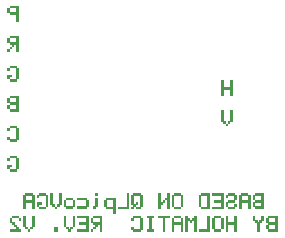
<source format=gbo>
G04*
G04  File:            QL_PICOVGA_V2.GBO, Sun Mar 30 12:24:59 2025*
G04  Format:          Gerber Format (RS-274-D), ASCII*
G04*
G04  Format Options:  Absolute Positioning*
G04                   Leading-Zero Suppression*
G04                   Scale Factor 1:1*
G04                   NO Circular Interpolation*
G04                   Inch Units*
G04                   Numeric Format: 4.4 (XXXX.XXXX)*
G04                   G54 NOT Used for Aperture Change*
G04                   Apertures Embedded*
G04*
G04  File Options:    Offset = (0.0mil,0.0mil)*
G04                   Drill Symbol Size = 80.0mil*
G04                   No Pad/Via Holes*
G04*
G04  File Contents:   Pads*
G04                   Vias*
G04                   No Designators*
G04                   No Types*
G04                   No Values*
G04                   No Drill Symbols*
G04                   BottomSilk*
G04*
%INQL_PICOVGA_V2.GBO*%
%ICAS*%
%MOIN*%
G04*
G04  Aperture MACROs for general use --- invoked via D-code assignment *
G04*
G04  General MACRO for flashed round with rotation and/or offset hole *
%AMROTOFFROUND*
1,1,$1,0.0000,0.0000*
1,0,$2,$3,$4*%
G04*
G04  General MACRO for flashed oval (obround) with rotation and/or offset hole *
%AMROTOFFOVAL*
21,1,$1,$2,0.0000,0.0000,$3*
1,1,$4,$5,$6*
1,1,$4,0-$5,0-$6*
1,0,$7,$8,$9*%
G04*
G04  General MACRO for flashed oval (obround) with rotation and no hole *
%AMROTOVALNOHOLE*
21,1,$1,$2,0.0000,0.0000,$3*
1,1,$4,$5,$6*
1,1,$4,0-$5,0-$6*%
G04*
G04  General MACRO for flashed rectangle with rotation and/or offset hole *
%AMROTOFFRECT*
21,1,$1,$2,0.0000,0.0000,$3*
1,0,$4,$5,$6*%
G04*
G04  General MACRO for flashed rectangle with rotation and no hole *
%AMROTRECTNOHOLE*
21,1,$1,$2,0.0000,0.0000,$3*%
G04*
G04  General MACRO for flashed rounded-rectangle *
%AMROUNDRECT*
21,1,$1,$2-$4,0.0000,0.0000,$3*
21,1,$1-$4,$2,0.0000,0.0000,$3*
1,1,$4,$5,$6*
1,1,$4,$7,$8*
1,1,$4,0-$5,0-$6*
1,1,$4,0-$7,0-$8*
1,0,$9,$10,$11*%
G04*
G04  General MACRO for flashed rounded-rectangle with rotation and no hole *
%AMROUNDRECTNOHOLE*
21,1,$1,$2-$4,0.0000,0.0000,$3*
21,1,$1-$4,$2,0.0000,0.0000,$3*
1,1,$4,$5,$6*
1,1,$4,$7,$8*
1,1,$4,0-$5,0-$6*
1,1,$4,0-$7,0-$8*%
G04*
G04  General MACRO for flashed regular polygon *
%AMREGPOLY*
5,1,$1,0.0000,0.0000,$2,$3+$4*
1,0,$5,$6,$7*%
G04*
G04  General MACRO for flashed regular polygon with no hole *
%AMREGPOLYNOHOLE*
5,1,$1,0.0000,0.0000,$2,$3+$4*%
G04*
G04  General MACRO for target *
%AMTARGET*
6,0,0,$1,$2,$3,4,$4,$5,$6*%
G04*
G04  General MACRO for mounting hole *
%AMMTHOLE*
1,1,$1,0,0*
1,0,$2,0,0*
$1=$1-$2*
$1=$1/2*
21,1,$2+$1,$3,0,0,$4*
21,1,$3,$2+$1,0,0,$4*%
G04*
G04*
G04  D10 : "Ellipse X4.0mil Y4.0mil H0.0mil 0.0deg (0.0mil,0.0mil) Draw"*
G04  Disc: OuterDia=0.0040*
%ADD10C, 0.0040*%
G04  D11 : "Ellipse X10.0mil Y10.0mil H0.0mil 0.0deg (0.0mil,0.0mil) Draw"*
G04  Disc: OuterDia=0.0100*
%ADD11C, 0.0100*%
G04  D12 : "Ellipse X11.0mil Y11.0mil H0.0mil 0.0deg (0.0mil,0.0mil) Draw"*
G04  Disc: OuterDia=0.0110*
%ADD12C, 0.0110*%
G04  D13 : "Ellipse X12.0mil Y12.0mil H0.0mil 0.0deg (0.0mil,0.0mil) Draw"*
G04  Disc: OuterDia=0.0120*
%ADD13C, 0.0120*%
G04  D14 : "Ellipse X14.0mil Y14.0mil H0.0mil 0.0deg (0.0mil,0.0mil) Draw"*
G04  Disc: OuterDia=0.0140*
%ADD14C, 0.0140*%
G04  D15 : "Ellipse X15.0mil Y15.0mil H0.0mil 0.0deg (0.0mil,0.0mil) Draw"*
G04  Disc: OuterDia=0.0150*
%ADD15C, 0.0150*%
G04  D16 : "Ellipse X16.0mil Y16.0mil H0.0mil 0.0deg (0.0mil,0.0mil) Draw"*
G04  Disc: OuterDia=0.0160*
%ADD16C, 0.0160*%
G04  D17 : "Ellipse X2.0mil Y2.0mil H0.0mil 0.0deg (0.0mil,0.0mil) Draw"*
G04  Disc: OuterDia=0.0020*
%ADD17C, 0.0020*%
G04  D18 : "Ellipse X2.0mil Y2.0mil H0.0mil 0.0deg (0.0mil,0.0mil) Draw"*
G04  Disc: OuterDia=0.0020*
%ADD18C, 0.0020*%
G04  D19 : "Ellipse X20.0mil Y20.0mil H0.0mil 0.0deg (0.0mil,0.0mil) Draw"*
G04  Disc: OuterDia=0.0200*
%ADD19C, 0.0200*%
G04  D20 : "Ellipse X32.0mil Y32.0mil H0.0mil 0.0deg (0.0mil,0.0mil) Draw"*
G04  Disc: OuterDia=0.0320*
%ADD20C, 0.0320*%
G04  D21 : "Ellipse X6.0mil Y6.0mil H0.0mil 0.0deg (0.0mil,0.0mil) Draw"*
G04  Disc: OuterDia=0.0060*
%ADD21C, 0.0060*%
G04  D22 : "Ellipse X8.0mil Y8.0mil H0.0mil 0.0deg (0.0mil,0.0mil) Draw"*
G04  Disc: OuterDia=0.0080*
%ADD22C, 0.0080*%
G04  D23 : "Ellipse X196.9mil Y196.9mil H0.0mil 0.0deg (0.0mil,0.0mil) Flash"*
G04  Disc: OuterDia=0.1969*
%ADD23C, 0.1969*%
G04  D24 : "Ellipse X25.6mil Y25.6mil H0.0mil 0.0deg (0.0mil,0.0mil) Flash"*
G04  Disc: OuterDia=0.0256*
%ADD24C, 0.0256*%
G04  D25 : "Ellipse X30.0mil Y30.0mil H0.0mil 0.0deg (0.0mil,0.0mil) Flash"*
G04  Disc: OuterDia=0.0300*
%ADD25C, 0.0300*%
G04  D26 : "Mounting Hole X196.9mil Y196.9mil H0.0mil 0.0deg (0.0mil,0.0mil) Flash"*
G04  Mounting Hole: Diameter=0.1969, Rotation=0.0, LineWidth=0.0050 *
%ADD26MTHOLE, 0.1969 X0.1769 X0.0050 X0.0*%
G04  D27 : "Mounting Hole X25.6mil Y25.6mil H0.0mil 0.0deg (0.0mil,0.0mil) Flash"*
G04  Mounting Hole: Diameter=0.0256, Rotation=0.0, LineWidth=0.0050 *
%ADD27MTHOLE, 0.0256 X0.0056 X0.0050 X0.0*%
G04  D28 : "Rounded Rectangle X59.1mil Y35.4mil H0.0mil 0.0deg (0.0mil,0.0mil) Flash"*
G04  RoundRct: DimX=0.0591, DimY=0.0354, CornerRad=0.0089, Rotation=0.0, OffsetX=0.0000, OffsetY=0.0000, HoleDia=0.0000 *
%ADD28ROUNDRECTNOHOLE, 0.0591 X0.0354 X0.0 X0.0177 X-0.0207 X-0.0089 X-0.0207 X0.0089*%
G04  D29 : "Rounded Rectangle X70.9mil Y39.4mil H0.0mil 0.0deg (0.0mil,0.0mil) Flash"*
G04  RoundRct: DimX=0.0709, DimY=0.0394, CornerRad=0.0098, Rotation=0.0, OffsetX=0.0000, OffsetY=0.0000, HoleDia=0.0000 *
%ADD29ROUNDRECTNOHOLE, 0.0709 X0.0394 X0.0 X0.0197 X-0.0256 X-0.0098 X-0.0256 X0.0098*%
G04  D30 : "Rounded Rectangle X82.7mil Y39.4mil H0.0mil 0.0deg (0.0mil,0.0mil) Flash"*
G04  RoundRct: DimX=0.0827, DimY=0.0394, CornerRad=0.0098, Rotation=0.0, OffsetX=0.0000, OffsetY=0.0000, HoleDia=0.0000 *
%ADD30ROUNDRECTNOHOLE, 0.0827 X0.0394 X0.0 X0.0197 X-0.0315 X-0.0098 X-0.0315 X0.0098*%
G04  D31 : "Rectangle X45.3mil Y11.8mil H0.0mil 0.0deg (0.0mil,0.0mil) Flash"*
G04  Rectangular: DimX=0.0453, DimY=0.0118, Rotation=0.0, OffsetX=0.0000, OffsetY=0.0000, HoleDia=0.0000 *
%ADD31R, 0.0453 X0.0118*%
G04  D32 : "Rectangle X120.0mil Y70.0mil H0.0mil 0.0deg (0.0mil,0.0mil) Flash"*
G04  Rectangular: DimX=0.1200, DimY=0.0700, Rotation=0.0, OffsetX=0.0000, OffsetY=0.0000, HoleDia=0.0000 *
%ADD32R, 0.1200 X0.0700*%
G04  D33 : "Rectangle X126.0mil Y126.0mil H0.0mil 0.0deg (0.0mil,0.0mil) Flash"*
G04  Square: Side=0.1260, Rotation=0.0, OffsetX=0.0000, OffsetY=0.0000, HoleDia=0.0000*
%ADD33R, 0.1260 X0.1260*%
G04  D34 : "Rectangle X129.9mil Y129.9mil H0.0mil 0.0deg (0.0mil,0.0mil) Flash"*
G04  Square: Side=0.1299, Rotation=0.0, OffsetX=0.0000, OffsetY=0.0000, HoleDia=0.0000*
%ADD34R, 0.1299 X0.1299*%
G04  D35 : "Rectangle X45.3mil Y23.6mil H0.0mil 0.0deg (0.0mil,0.0mil) Flash"*
G04  Rectangular: DimX=0.0453, DimY=0.0236, Rotation=0.0, OffsetX=0.0000, OffsetY=0.0000, HoleDia=0.0000 *
%ADD35R, 0.0453 X0.0236*%
G04  D36 : "Rectangle X32.0mil Y32.0mil H0.0mil 0.0deg (0.0mil,0.0mil) Flash"*
G04  Square: Side=0.0320, Rotation=0.0, OffsetX=0.0000, OffsetY=0.0000, HoleDia=0.0000*
%ADD36R, 0.0320 X0.0320*%
G04  D37 : "Rectangle X35.4mil Y11.8mil H0.0mil 0.0deg (0.0mil,0.0mil) Flash"*
G04  Rectangular: DimX=0.0354, DimY=0.0118, Rotation=0.0, OffsetX=0.0000, OffsetY=0.0000, HoleDia=0.0000 *
%ADD37R, 0.0354 X0.0118*%
G04  D38 : "Rectangle X35.4mil Y7.9mil H0.0mil 0.0deg (0.0mil,0.0mil) Flash"*
G04  Rectangular: DimX=0.0354, DimY=0.0079, Rotation=0.0, OffsetX=0.0000, OffsetY=0.0000, HoleDia=0.0000 *
%ADD38R, 0.0354 X0.0079*%
G04  D39 : "Rectangle X7.9mil Y35.4mil H0.0mil 0.0deg (0.0mil,0.0mil) Flash"*
G04  Rectangular: DimX=0.0079, DimY=0.0354, Rotation=0.0, OffsetX=0.0000, OffsetY=0.0000, HoleDia=0.0000 *
%ADD39R, 0.0079 X0.0354*%
G04  D40 : "Rectangle X22.0mil Y40.0mil H0.0mil 0.0deg (0.0mil,0.0mil) Flash"*
G04  Rectangular: DimX=0.0220, DimY=0.0400, Rotation=0.0, OffsetX=0.0000, OffsetY=0.0000, HoleDia=0.0000 *
%ADD40R, 0.0220 X0.0400*%
G04  D41 : "Rectangle X60.0mil Y40.0mil H0.0mil 0.0deg (0.0mil,0.0mil) Flash"*
G04  Rectangular: DimX=0.0600, DimY=0.0400, Rotation=0.0, OffsetX=0.0000, OffsetY=0.0000, HoleDia=0.0000 *
%ADD41R, 0.0600 X0.0400*%
G04  D42 : "Rectangle X40.0mil Y50.0mil H0.0mil 0.0deg (0.0mil,0.0mil) Flash"*
G04  Rectangular: DimX=0.0400, DimY=0.0500, Rotation=0.0, OffsetX=0.0000, OffsetY=0.0000, HoleDia=0.0000 *
%ADD42R, 0.0400 X0.0500*%
G04  D43 : "Rectangle X55.1mil Y35.4mil H0.0mil 0.0deg (0.0mil,0.0mil) Flash"*
G04  Rectangular: DimX=0.0551, DimY=0.0354, Rotation=0.0, OffsetX=0.0000, OffsetY=0.0000, HoleDia=0.0000 *
%ADD43R, 0.0551 X0.0354*%
G04  D44 : "Rectangle X9.8mil Y65.0mil H0.0mil 0.0deg (0.0mil,0.0mil) Flash"*
G04  Rectangular: DimX=0.0098, DimY=0.0650, Rotation=0.0, OffsetX=0.0000, OffsetY=0.0000, HoleDia=0.0000 *
%ADD44R, 0.0098 X0.0650*%
G04  D45 : "Ellipse X16.0mil Y16.0mil H0.0mil 0.0deg (0.0mil,0.0mil) Flash"*
G04  Disc: OuterDia=0.0160*
%ADD45C, 0.0160*%
G04*
%FSLAX44Y44*%
%SFA1B1*%
%OFA0.0000B0.0000*%
G04*
G70*
G90*
G01*
D2*
%LNBottomSilk*%
D10*
%LNBottomSilk_POS_GLYPHS*%
%LPD*%
G36*
X25421Y15872*
X25332D1*
Y16254*
X25421*
Y15872*
G37*
G36*
X25128D2*
X25039D1*
Y16254*
X25128*
Y15872*
G37*
G36*
X25348Y15799D2*
X25258D1*
Y15887*
X25348*
Y15799*
G37*
G36*
X25201D2*
X25112D1*
Y15887*
X25201*
Y15799*
G37*
G36*
X25274Y15726D2*
X25185D1*
Y15814*
X25274*
Y15726*
G37*
G36*
X25421Y16726D2*
X25332D1*
Y16946*
X25128*
Y16726*
X25039*
Y17254*
X25128*
Y17034*
X25332*
Y17254*
X25421*
Y16726*
G37*
G36*
X18223Y14654D2*
X17987D1*
Y14742*
X18223*
Y14654*
G37*
G36*
X18296Y14286D2*
X18207D1*
Y14669*
X18296*
Y14286*
G37*
G36*
X18003Y14581D2*
X17914D1*
Y14669*
X18003*
Y14581*
G37*
G36*
X18077Y14360D2*
X18003D1*
Y14286*
X17914*
Y14448*
X18077*
Y14360*
G37*
G36*
X18223Y14213D2*
X17987D1*
Y14301*
X18223*
Y14213*
G37*
G36*
Y17654D2*
X17987D1*
Y17742*
X18223*
Y17654*
G37*
G36*
X18296Y17286D2*
X18207D1*
Y17669*
X18296*
Y17286*
G37*
G36*
X18003Y17581D2*
X17914D1*
Y17669*
X18003*
Y17581*
G37*
G36*
X18077Y17360D2*
X18003D1*
Y17286*
X17914*
Y17448*
X18077*
Y17360*
G37*
G36*
X18223Y17213D2*
X17987D1*
Y17301*
X18223*
Y17213*
G37*
G36*
X18296Y16215D2*
X17987D1*
Y16303*
X18207*
Y16434*
X17987*
Y16522*
X18207*
Y16654*
X17987*
Y16742*
X18296*
Y16215*
G37*
G36*
X18003Y16507D2*
X17914D1*
Y16669*
X18003*
Y16507*
G37*
G36*
Y16288D2*
X17914D1*
Y16449*
X18003*
Y16288*
G37*
G36*
X18296Y19213D2*
X18207D1*
Y19433*
X17987*
Y19522*
X18207*
Y19654*
X17987*
Y19742*
X18296*
Y19213*
G37*
G36*
X18003Y19507D2*
X17914D1*
Y19669*
X18003*
Y19507*
G37*
G36*
X18296Y18213D2*
X18207D1*
Y18433*
X18149*
Y18359*
X18060*
Y18433*
X17988*
X17987Y18522*
X18207*
Y18654*
X17986*
Y18742*
X18296*
Y18213*
G37*
G36*
X18002Y18507D2*
X17913D1*
Y18669*
X18003*
X18002Y18507*
G37*
G36*
X18076Y18286D2*
X17988D1*
X17987Y18374*
X18076*
Y18286*
G37*
G36*
X18003Y18213D2*
X17913D1*
Y18301*
X18002*
X18003Y18213*
G37*
G36*
X18224Y15654D2*
X17987D1*
Y15742*
X18224*
Y15654*
G37*
G36*
X18297Y15284D2*
X18208D1*
Y15669*
X18297*
Y15284*
G37*
G36*
X18003Y15581D2*
X17914D1*
Y15669*
X18003*
Y15581*
G37*
G36*
Y15284D2*
X17914D1*
Y15373*
X18003*
Y15284*
G37*
G36*
X18224Y15211D2*
X17987D1*
Y15299*
X18224*
Y15211*
G37*
G36*
X26472Y12965D2*
X26162D1*
Y13053*
X26383*
Y13184*
X26162*
Y13272*
X26383*
Y13404*
X26162*
Y13492*
X26472*
Y12965*
G37*
G36*
X26178Y13257D2*
X26089D1*
Y13419*
X26178*
Y13257*
G37*
G36*
Y13038D2*
X26089D1*
Y13199*
X26178*
Y13038*
G37*
G36*
X25949Y13404D2*
X25713D1*
Y13492*
X25949*
Y13404*
G37*
G36*
X26022Y12963D2*
X25933D1*
Y13183*
X25728*
Y12963*
X25639*
Y13419*
X25728*
Y13272*
X25933*
Y13419*
X26022*
Y12963*
G37*
G36*
X25499Y13404D2*
X25263D1*
Y13492*
X25499*
Y13404*
G37*
G36*
X25572Y13257D2*
X25483D1*
Y13419*
X25572*
Y13257*
G37*
G36*
X25279Y13331D2*
X25190D1*
Y13419*
X25279*
Y13331*
G37*
G36*
X25499Y13183D2*
X25263D1*
Y13272*
X25499*
Y13183*
G37*
G36*
X25279Y13036D2*
X25190D1*
Y13198*
X25279*
Y13036*
G37*
G36*
X25572D2*
X25483D1*
Y13124*
X25572*
Y13036*
G37*
G36*
X25499Y12963D2*
X25263D1*
Y13051*
X25499*
Y12963*
G37*
G36*
X25122D2*
X24741D1*
Y13051*
X25033*
Y13183*
X24814*
Y13272*
X25033*
Y13404*
X24741*
Y13492*
X25122*
Y12963*
G37*
G36*
X24672D2*
X24363D1*
Y13051*
X24583*
Y13404*
X24363*
Y13492*
X24672*
Y12963*
G37*
G36*
X24379Y13036D2*
X24290D1*
Y13419*
X24379*
Y13036*
G37*
G36*
X23700Y13404D2*
X23464D1*
Y13492*
X23700*
Y13404*
G37*
G36*
X23773Y13036D2*
X23684D1*
Y13419*
X23773*
Y13036*
G37*
G36*
X23480D2*
X23391D1*
Y13419*
X23480*
Y13036*
G37*
G36*
X23700Y12963D2*
X23464D1*
Y13051*
X23700*
Y12963*
G37*
G36*
X23324Y12961D2*
X23235D1*
Y13257*
X23161*
Y13345*
X23235*
Y13492*
X23324*
Y12961*
G37*
G36*
X23030Y13197D2*
X23104Y13198D1*
Y13109*
X23030*
Y12961*
X22941*
Y13492*
X23030*
Y13197*
G37*
G36*
X23177Y13183D2*
X23088Y13183D1*
Y13272*
X23177*
Y13183*
G37*
G36*
X22351Y13404D2*
X22113D1*
Y13492*
X22351*
Y13404*
G37*
G36*
X22424Y13036D2*
X22335D1*
Y13419*
X22424*
Y13036*
G37*
G36*
X22129Y13110D2*
X22040Y13109D1*
Y13419*
X22129*
Y13110*
G37*
G36*
X22277Y13109D2*
X22188Y13110D1*
Y13198*
X22277*
Y13109*
G37*
G36*
X22203Y13036D2*
X22113D1*
Y13124*
X22203Y13123*
Y13036*
G37*
G36*
X22351Y12963D2*
X22188D1*
Y13051*
X22351*
Y12963*
G37*
G36*
X22129D2*
X22040D1*
Y13051*
X22129*
Y12963*
G37*
G36*
X21974Y12961D2*
X21591D1*
Y13049*
X21885*
Y13492*
X21974*
Y12961*
G37*
G36*
X21526Y12816D2*
X21435D1*
Y12960*
X21216*
Y13050*
X21435*
Y13255*
X21216*
Y13345*
X21526*
Y12816*
G37*
G36*
X21232Y13035D2*
X21141D1*
Y13270*
X21232*
Y13035*
G37*
G36*
X20927Y13404D2*
X20836D1*
Y13494*
X20927*
Y13404*
G37*
G36*
Y13038D2*
X20836D1*
Y13345*
X20927*
Y13038*
G37*
G36*
X20853Y12963D2*
X20761D1*
Y13053*
X20852*
X20853Y12963*
G37*
G36*
X20550Y13256D2*
X20242D1*
Y13345*
X20550*
Y13256*
G37*
G36*
X20625Y13038D2*
X20534D1*
Y13271*
X20625*
Y13038*
G37*
G36*
X20550Y12963D2*
X20242D1*
Y13053*
X20550*
Y12963*
G37*
G36*
X20100Y13256D2*
X19867D1*
Y13345*
X20100*
Y13256*
G37*
G36*
X20175Y13038D2*
X20084D1*
Y13271*
X20175*
Y13038*
G37*
G36*
X19882D2*
X19792D1*
Y13271*
X19882*
Y13038*
G37*
G36*
X20100Y12963D2*
X19867D1*
Y13053*
X20100*
Y12963*
G37*
G36*
X19725Y13109D2*
X19636D1*
Y13492*
X19725*
Y13109*
G37*
G36*
X19432D2*
X19343D1*
Y13492*
X19432*
Y13109*
G37*
G36*
X19652Y13036D2*
X19562D1*
Y13124*
X19652*
Y13036*
G37*
G36*
X19505D2*
X19416D1*
Y13124*
X19505*
Y13036*
G37*
G36*
X19578Y12963D2*
X19489D1*
Y13051*
X19578*
Y12963*
G37*
G36*
X19202Y13404D2*
X18966D1*
Y13492*
X19202*
Y13404*
G37*
G36*
X19275Y13036D2*
X19186D1*
Y13419*
X19275*
Y13036*
G37*
G36*
X18982Y13331D2*
X18893D1*
Y13419*
X18982*
Y13331*
G37*
G36*
X19056Y13110D2*
X18982D1*
Y13036*
X18893*
Y13198*
X19056*
Y13110*
G37*
G36*
X19202Y12963D2*
X18966D1*
Y13051*
X19202*
Y12963*
G37*
G36*
X18752Y13404D2*
X18516D1*
Y13492*
X18752*
Y13404*
G37*
G36*
X18826Y12963D2*
X18737D1*
Y13183*
X18532*
Y12963*
X18443*
Y13419*
X18532*
Y13272*
X18737*
Y13419*
X18826*
Y12963*
G37*
G36*
X26921Y12215D2*
X26612D1*
Y12303*
X26832*
Y12434*
X26612*
Y12522*
X26832*
Y12654*
X26612*
Y12742*
X26921*
Y12215*
G37*
G36*
X26628Y12507D2*
X26539D1*
Y12669*
X26628*
Y12507*
G37*
G36*
Y12288D2*
X26539D1*
Y12449*
X26628*
Y12288*
G37*
G36*
X26472Y12581D2*
X26383D1*
Y12742*
X26472*
Y12581*
G37*
G36*
X26178D2*
X26089D1*
Y12742*
X26178*
Y12581*
G37*
G36*
X26398Y12507D2*
X26308D1*
Y12596*
X26398*
Y12507*
G37*
G36*
X26251D2*
X26162D1*
Y12596*
X26251*
Y12507*
G37*
G36*
X26324Y12213D2*
X26235D1*
Y12522*
X26324*
Y12213*
G37*
G36*
X25572D2*
X25483D1*
Y12433*
X25279*
Y12213*
X25190*
Y12742*
X25279*
Y12522*
X25483*
Y12742*
X25572*
Y12213*
G37*
G36*
X25049Y12654D2*
X24813D1*
Y12742*
X25049*
Y12654*
G37*
G36*
X25122Y12286D2*
X25033D1*
Y12669*
X25122*
Y12286*
G37*
G36*
X24829D2*
X24740D1*
Y12669*
X24829*
Y12286*
G37*
G36*
X25049Y12213D2*
X24813D1*
Y12301*
X25049*
Y12213*
G37*
G36*
X24672Y12211D2*
X24289D1*
Y12299*
X24583*
Y12742*
X24672*
Y12211*
G37*
G36*
X24222D2*
X24133D1*
Y12580*
X24060*
Y12668*
X24133*
Y12742*
X24222*
Y12211*
G37*
G36*
X23928Y12668D2*
X24003D1*
Y12580*
X23928*
Y12211*
X23839*
Y12742*
X23928*
Y12668*
G37*
G36*
X24076Y12507D2*
X23987D1*
Y12594*
X24076Y12595*
Y12507*
G37*
G36*
X23700Y12654D2*
X23464D1*
Y12742*
X23700*
Y12654*
G37*
G36*
X23773Y12213D2*
X23684D1*
Y12433*
X23480*
Y12213*
X23391*
Y12669*
X23480*
Y12522*
X23684*
Y12669*
X23773*
Y12213*
G37*
G36*
X23323Y12654D2*
X23176D1*
Y12213*
X23087*
Y12654*
X22941*
Y12742*
X23323*
Y12654*
G37*
G36*
X22800D2*
X22726D1*
Y12301*
X22800*
Y12213*
X22564*
Y12301*
X22637*
Y12654*
X22564*
Y12742*
X22800*
Y12654*
G37*
G36*
X22351D2*
X22114D1*
Y12742*
X22351*
Y12654*
G37*
G36*
X22425Y12284D2*
X22336D1*
Y12669*
X22425*
Y12284*
G37*
G36*
X22130Y12581D2*
X22041D1*
Y12669*
X22130*
Y12581*
G37*
G36*
Y12284D2*
X22041D1*
Y12373*
X22130*
Y12284*
G37*
G36*
X22351Y12211D2*
X22114D1*
Y12299*
X22351*
Y12211*
G37*
G36*
X21074Y12213D2*
X20985D1*
Y12433*
X20927*
Y12359*
X20838*
Y12433*
X20766*
X20765Y12522*
X20985*
Y12654*
X20764*
Y12742*
X21074*
Y12213*
G37*
G36*
X20780Y12507D2*
X20691D1*
Y12669*
X20781*
X20780Y12507*
G37*
G36*
X20854Y12286D2*
X20766D1*
X20765Y12374*
X20854*
Y12286*
G37*
G36*
X20781Y12213D2*
X20691D1*
Y12301*
X20780*
X20781Y12213*
G37*
G36*
X20625D2*
X20243D1*
Y12301*
X20536*
Y12433*
X20316*
Y12522*
X20536*
Y12654*
X20243*
Y12742*
X20625*
Y12213*
G37*
G36*
X20175Y12359D2*
X20086D1*
Y12742*
X20175*
Y12359*
G37*
G36*
X19882D2*
X19793D1*
Y12742*
X19882*
Y12359*
G37*
G36*
X20102Y12286D2*
X20012D1*
Y12374*
X20102*
Y12286*
G37*
G36*
X19955D2*
X19866D1*
Y12374*
X19955*
Y12286*
G37*
G36*
X20028Y12213D2*
X19939D1*
Y12301*
X20028*
Y12213*
G37*
G36*
X19615D2*
X19452D1*
Y12375*
X19615*
Y12213*
G37*
G36*
X18826Y12359D2*
X18737D1*
Y12742*
X18826*
Y12359*
G37*
G36*
X18532D2*
X18443D1*
Y12742*
X18532*
Y12359*
G37*
G36*
X18752Y12286D2*
X18662D1*
Y12374*
X18752*
Y12286*
G37*
G36*
X18605D2*
X18516D1*
Y12374*
X18605*
Y12286*
G37*
G36*
X18678Y12213D2*
X18589D1*
Y12301*
X18678*
Y12213*
G37*
G36*
X18303Y12653D2*
X18067Y12654D1*
Y12742*
X18303*
Y12653*
G37*
G36*
X18376Y12580D2*
X18287D1*
Y12669*
X18376*
Y12580*
G37*
G36*
X18082Y12507D2*
X17993D1*
Y12669*
X18082*
Y12507*
G37*
G36*
X18156Y12433D2*
X18067D1*
Y12522*
X18156*
Y12433*
G37*
G36*
X18229Y12360D2*
X18140D1*
Y12448*
X18229Y12448*
Y12360*
G37*
G36*
X18303Y12301D2*
X18376D1*
Y12213*
X17993*
Y12301*
X18213*
Y12375*
X18303*
Y12301*
G37*
D02M02*

</source>
